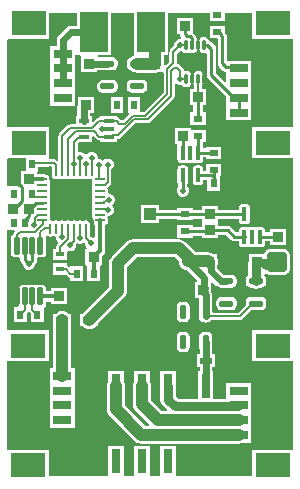
<source format=gtl>
G04*
G04 #@! TF.GenerationSoftware,Altium Limited,Altium Designer,21.8.1 (53)*
G04*
G04 Layer_Physical_Order=1*
G04 Layer_Color=255*
%FSLAX25Y25*%
%MOIN*%
G70*
G04*
G04 #@! TF.SameCoordinates,3953C7C4-12BB-4AEB-9917-3EAA161B92D5*
G04*
G04*
G04 #@! TF.FilePolarity,Positive*
G04*
G01*
G75*
%ADD12C,0.01000*%
%ADD15C,0.00500*%
%ADD17R,0.03937X0.02165*%
G04:AMPARAMS|DCode=18|XSize=47.64mil|YSize=23.23mil|CornerRadius=5.81mil|HoleSize=0mil|Usage=FLASHONLY|Rotation=270.000|XOffset=0mil|YOffset=0mil|HoleType=Round|Shape=RoundedRectangle|*
%AMROUNDEDRECTD18*
21,1,0.04764,0.01161,0,0,270.0*
21,1,0.03602,0.02323,0,0,270.0*
1,1,0.01161,-0.00581,-0.01801*
1,1,0.01161,-0.00581,0.01801*
1,1,0.01161,0.00581,0.01801*
1,1,0.01161,0.00581,-0.01801*
%
%ADD18ROUNDEDRECTD18*%
%ADD19R,0.03150X0.08465*%
%ADD20R,0.03347X0.03347*%
G04:AMPARAMS|DCode=21|XSize=33.86mil|YSize=9.84mil|CornerRadius=2.66mil|HoleSize=0mil|Usage=FLASHONLY|Rotation=270.000|XOffset=0mil|YOffset=0mil|HoleType=Round|Shape=RoundedRectangle|*
%AMROUNDEDRECTD21*
21,1,0.03386,0.00453,0,0,270.0*
21,1,0.02854,0.00984,0,0,270.0*
1,1,0.00532,-0.00226,-0.01427*
1,1,0.00532,-0.00226,0.01427*
1,1,0.00532,0.00226,0.01427*
1,1,0.00532,0.00226,-0.01427*
%
%ADD21ROUNDEDRECTD21*%
G04:AMPARAMS|DCode=22|XSize=33.86mil|YSize=9.84mil|CornerRadius=2.66mil|HoleSize=0mil|Usage=FLASHONLY|Rotation=180.000|XOffset=0mil|YOffset=0mil|HoleType=Round|Shape=RoundedRectangle|*
%AMROUNDEDRECTD22*
21,1,0.03386,0.00453,0,0,180.0*
21,1,0.02854,0.00984,0,0,180.0*
1,1,0.00532,-0.01427,0.00226*
1,1,0.00532,0.01427,0.00226*
1,1,0.00532,0.01427,-0.00226*
1,1,0.00532,-0.01427,-0.00226*
%
%ADD22ROUNDEDRECTD22*%
%ADD23R,0.03347X0.03347*%
G04:AMPARAMS|DCode=24|XSize=46.85mil|YSize=15.75mil|CornerRadius=1.97mil|HoleSize=0mil|Usage=FLASHONLY|Rotation=90.000|XOffset=0mil|YOffset=0mil|HoleType=Round|Shape=RoundedRectangle|*
%AMROUNDEDRECTD24*
21,1,0.04685,0.01181,0,0,90.0*
21,1,0.04291,0.01575,0,0,90.0*
1,1,0.00394,0.00591,0.02146*
1,1,0.00394,0.00591,-0.02146*
1,1,0.00394,-0.00591,-0.02146*
1,1,0.00394,-0.00591,0.02146*
%
%ADD24ROUNDEDRECTD24*%
G04:AMPARAMS|DCode=25|XSize=47.64mil|YSize=23.23mil|CornerRadius=5.81mil|HoleSize=0mil|Usage=FLASHONLY|Rotation=0.000|XOffset=0mil|YOffset=0mil|HoleType=Round|Shape=RoundedRectangle|*
%AMROUNDEDRECTD25*
21,1,0.04764,0.01161,0,0,0.0*
21,1,0.03602,0.02323,0,0,0.0*
1,1,0.01161,0.01801,-0.00581*
1,1,0.01161,-0.01801,-0.00581*
1,1,0.01161,-0.01801,0.00581*
1,1,0.01161,0.01801,0.00581*
%
%ADD25ROUNDEDRECTD25*%
%ADD26R,0.03150X0.02165*%
%ADD27R,0.02165X0.03150*%
%ADD28R,0.09331X0.13268*%
G04:AMPARAMS|DCode=29|XSize=57.87mil|YSize=18.9mil|CornerRadius=2.36mil|HoleSize=0mil|Usage=FLASHONLY|Rotation=270.000|XOffset=0mil|YOffset=0mil|HoleType=Round|Shape=RoundedRectangle|*
%AMROUNDEDRECTD29*
21,1,0.05787,0.01417,0,0,270.0*
21,1,0.05315,0.01890,0,0,270.0*
1,1,0.00472,-0.00709,-0.02657*
1,1,0.00472,-0.00709,0.02657*
1,1,0.00472,0.00709,0.02657*
1,1,0.00472,0.00709,-0.02657*
%
%ADD29ROUNDEDRECTD29*%
%ADD30R,0.06299X0.03150*%
%ADD31R,0.11811X0.08268*%
G04:AMPARAMS|DCode=32|XSize=33.07mil|YSize=10.63mil|CornerRadius=2.66mil|HoleSize=0mil|Usage=FLASHONLY|Rotation=270.000|XOffset=0mil|YOffset=0mil|HoleType=Round|Shape=RoundedRectangle|*
%AMROUNDEDRECTD32*
21,1,0.03307,0.00532,0,0,270.0*
21,1,0.02776,0.01063,0,0,270.0*
1,1,0.00532,-0.00266,-0.01388*
1,1,0.00532,-0.00266,0.01388*
1,1,0.00532,0.00266,0.01388*
1,1,0.00532,0.00266,-0.01388*
%
%ADD32ROUNDEDRECTD32*%
%ADD33R,0.03347X0.01378*%
%ADD34C,0.03937*%
%ADD35R,0.02402X0.02520*%
%ADD36R,0.02800X0.01750*%
%ADD60R,0.13780X0.13780*%
%ADD61R,0.05610X0.06398*%
%ADD62C,0.03937*%
%ADD63C,0.02189*%
%ADD64C,0.03000*%
%ADD65C,0.02000*%
%ADD66C,0.01402*%
%ADD67C,0.15748*%
%ADD68C,0.04134*%
%ADD69R,0.04134X0.04134*%
%ADD70C,0.02000*%
G36*
X83213Y147189D02*
X96896D01*
X96896Y117693D01*
X83213D01*
Y107425D01*
X96896D01*
Y50055D01*
X83213D01*
Y39787D01*
X96896D01*
X96896Y10291D01*
X83213D01*
Y1529D01*
X57653D01*
Y11630D01*
X52504D01*
Y1529D01*
X48992D01*
Y11630D01*
X43843D01*
Y1529D01*
X40331D01*
Y11630D01*
X35181D01*
Y1529D01*
X15331D01*
Y10291D01*
X1529D01*
Y39787D01*
X15331D01*
Y50055D01*
X1529D01*
Y83397D01*
X3972D01*
X4164Y82934D01*
X3941Y82712D01*
X3665Y82299D01*
X3619Y82068D01*
X3243Y81817D01*
X2969Y81408D01*
X2873Y80925D01*
Y78740D01*
X2843Y78666D01*
Y77870D01*
X2873Y77795D01*
Y75610D01*
X2969Y75128D01*
X3243Y74719D01*
X3652Y74446D01*
X4134Y74350D01*
X5551D01*
X5872Y74086D01*
Y73405D01*
X5989Y72820D01*
X6320Y72324D01*
X6681Y71963D01*
Y71728D01*
X6986Y70993D01*
X7548Y70430D01*
X8283Y70126D01*
X9079D01*
X9814Y70430D01*
X10377Y70993D01*
X10681Y71728D01*
Y71963D01*
X11042Y72324D01*
X11374Y72820D01*
X11490Y73405D01*
Y74086D01*
X11811Y74350D01*
X13228D01*
X13711Y74446D01*
X14120Y74719D01*
X14393Y75128D01*
X14489Y75610D01*
Y77795D01*
X14520Y77870D01*
Y78666D01*
X14489Y78740D01*
Y80925D01*
X14415Y81296D01*
X14488Y81362D01*
X14842Y81566D01*
X15185Y81337D01*
X15679Y81239D01*
X16132D01*
X16626Y81337D01*
X16890Y81514D01*
X17154Y81337D01*
X17648Y81239D01*
X17842D01*
Y80586D01*
X18147Y79851D01*
X18710Y79289D01*
X18728Y79197D01*
X18272Y78741D01*
X17996Y78328D01*
X17899Y77840D01*
Y77267D01*
X16707D01*
Y73517D01*
X21507D01*
Y76047D01*
X21922Y76324D01*
X21964Y76307D01*
X22760D01*
X23495Y76612D01*
X24058Y77174D01*
X24362Y77909D01*
Y78577D01*
X24641Y78856D01*
X24777Y79059D01*
X25390Y78805D01*
X26185D01*
X26920Y79110D01*
X27153Y79342D01*
X27567Y79049D01*
Y78618D01*
X27871Y77883D01*
X28211Y77543D01*
X28004Y77043D01*
X27642D01*
Y71697D01*
X27865D01*
X28272Y71472D01*
Y66323D01*
X32437D01*
Y71472D01*
X32844Y71697D01*
X32988D01*
Y74591D01*
X33608Y75211D01*
X33984Y75773D01*
X34116Y76437D01*
Y85198D01*
X34303Y85235D01*
X34722Y85515D01*
X35001Y85933D01*
X35100Y86427D01*
Y86880D01*
X35001Y87374D01*
X34871Y87568D01*
X35105Y88006D01*
X35555D01*
X36290Y88310D01*
X36853Y88873D01*
X37157Y89608D01*
Y90404D01*
X36853Y91139D01*
X36663Y91329D01*
X36518Y91810D01*
X36677Y91969D01*
X37081Y92373D01*
X37386Y93108D01*
Y93904D01*
X37081Y94639D01*
X36518Y95201D01*
X35783Y95506D01*
X35419D01*
X35345Y95553D01*
X35047Y96006D01*
X35100Y96270D01*
Y96723D01*
X35001Y97216D01*
X34835Y97466D01*
X34980Y97563D01*
X35901Y98484D01*
X36178Y98898D01*
X36274Y99385D01*
Y103722D01*
X36696Y104143D01*
X37000Y104878D01*
Y105673D01*
X36696Y106409D01*
X36133Y106971D01*
X35398Y107276D01*
X34602D01*
X33867Y106971D01*
X33484Y106588D01*
X33180Y106892D01*
X32445Y107197D01*
X31685D01*
Y107957D01*
X31381Y108692D01*
X30818Y109255D01*
X30083Y109559D01*
X29287D01*
X28552Y109255D01*
X27990Y108692D01*
X27966Y108636D01*
X27466D01*
X27444Y108692D01*
X26881Y109255D01*
X26146Y109559D01*
X25350D01*
X25054Y109757D01*
Y112346D01*
X25586Y112878D01*
X29721D01*
Y114591D01*
X30220Y114798D01*
X31323Y113696D01*
X31737Y113419D01*
X32224Y113322D01*
X32642D01*
Y112878D01*
X37988D01*
Y113697D01*
X38315D01*
X38802Y113794D01*
X39216Y114070D01*
X44265Y119119D01*
X48386D01*
X48874Y119216D01*
X49287Y119492D01*
X56964Y127170D01*
X57240Y127583D01*
X57337Y128071D01*
Y132225D01*
X57837Y132432D01*
X58098Y132172D01*
X58833Y131867D01*
X59629D01*
X59794Y131936D01*
X60041Y131567D01*
X60460Y131287D01*
X60953Y131189D01*
X61485D01*
X61979Y131287D01*
X62397Y131567D01*
X62677Y131985D01*
X62775Y132479D01*
Y135255D01*
X62677Y135749D01*
X62397Y136167D01*
X61979Y136447D01*
X61485Y136545D01*
X60953D01*
X60849Y136525D01*
X60433Y136802D01*
X60408Y136926D01*
X60132Y137340D01*
X59030Y138442D01*
X58616Y138718D01*
X58570Y138728D01*
X58125Y139055D01*
Y142258D01*
X59033Y143166D01*
X59629D01*
X59794Y143235D01*
X60041Y142866D01*
X60460Y142586D01*
X60953Y142488D01*
X61485D01*
X61979Y142586D01*
X62203Y142736D01*
X62428Y142586D01*
X62922Y142488D01*
X63453D01*
X63947Y142586D01*
X64366Y142866D01*
X64646Y143285D01*
X64744Y143779D01*
Y146554D01*
X64685Y146848D01*
Y147316D01*
X64569Y147902D01*
X64237Y148398D01*
X63433Y149202D01*
X63323Y149276D01*
Y154169D01*
X57976D01*
Y148823D01*
X59120D01*
Y148799D01*
X59237Y148214D01*
X59568Y147718D01*
X59620Y147666D01*
X59412Y147166D01*
X58833D01*
X58098Y146862D01*
X57535Y146299D01*
X57231Y145564D01*
Y144969D01*
X55949Y143687D01*
X55673Y143273D01*
X55576Y142786D01*
Y139583D01*
X54392Y138399D01*
X53918Y138633D01*
X53961Y138956D01*
Y141776D01*
X55016D01*
Y155951D01*
X69052D01*
Y153018D01*
X74201D01*
Y155951D01*
X83213D01*
Y147189D01*
D02*
G37*
G36*
X43685Y141776D02*
X43321Y141448D01*
X42759Y141018D01*
X42437Y140954D01*
X41914Y140604D01*
X41564Y140081D01*
X41442Y139464D01*
Y138303D01*
X41564Y137686D01*
X41914Y137163D01*
X42437Y136814D01*
X42759Y136750D01*
X43357Y136291D01*
X44080Y135992D01*
X44855Y135890D01*
X50894D01*
X51669Y135992D01*
X52373Y136283D01*
X53640D01*
X53686Y135802D01*
Y129347D01*
X47008Y122668D01*
X45886D01*
Y127718D01*
X41721D01*
Y122569D01*
X41988D01*
X42195Y122069D01*
X40349Y120222D01*
X39455D01*
X39060Y120616D01*
X38647Y120893D01*
X38159Y120990D01*
X37988D01*
Y121374D01*
X32642D01*
Y120990D01*
X32195D01*
X31708Y120893D01*
X31294Y120616D01*
X30182Y119504D01*
X29721Y119696D01*
Y121374D01*
X29183D01*
Y122531D01*
X30360D01*
Y127878D01*
X25014D01*
Y125076D01*
X24912Y124565D01*
Y121374D01*
X24374D01*
Y118727D01*
X22531D01*
X22043Y118630D01*
X21630Y118353D01*
X18941Y115665D01*
X18665Y115252D01*
X18568Y114764D01*
Y106758D01*
X18106Y106567D01*
X17939Y106734D01*
X17526Y107010D01*
X17038Y107107D01*
X15975D01*
X15606Y107425D01*
Y117693D01*
X1795D01*
X1529Y118083D01*
Y146799D01*
X1795Y147189D01*
X15606D01*
Y155951D01*
X24748D01*
Y151545D01*
X22795D01*
X21978Y151382D01*
X21285Y150919D01*
X18608Y148242D01*
X18145Y147549D01*
X17983Y146732D01*
Y144858D01*
X15969D01*
Y139709D01*
Y134787D01*
Y129866D01*
Y124945D01*
X24268D01*
Y129866D01*
Y134787D01*
Y139709D01*
Y141728D01*
X24748Y141776D01*
Y141776D01*
X25746D01*
X26155Y141557D01*
X26155Y141276D01*
Y138511D01*
X26114Y138305D01*
X26155Y138099D01*
Y136211D01*
X28043D01*
X28250Y136170D01*
X28456Y136211D01*
X31502D01*
Y136748D01*
X32886D01*
X33171Y136691D01*
X36774D01*
X37391Y136814D01*
X37913Y137163D01*
X38263Y137686D01*
X38385Y138303D01*
Y139464D01*
X38263Y140081D01*
X37913Y140604D01*
X37391Y140954D01*
X36774Y141076D01*
X33171D01*
X32886Y141019D01*
X31855D01*
X31751Y141123D01*
X31835Y141735D01*
X31911Y141776D01*
X36079D01*
Y155951D01*
X43685D01*
Y141776D01*
D02*
G37*
G36*
X7647Y103172D02*
X6134D01*
Y98480D01*
X6040Y98019D01*
X5811Y98019D01*
X2029D01*
X1875Y98019D01*
X1529Y98376D01*
Y107035D01*
X1795Y107425D01*
X7647D01*
Y103172D01*
D02*
G37*
G36*
X16357Y104557D02*
Y101703D01*
X16455Y101209D01*
X16735Y100790D01*
X17154Y100511D01*
X17648Y100412D01*
X18100D01*
X18594Y100511D01*
X18858Y100687D01*
X19122Y100511D01*
X19616Y100412D01*
X20069D01*
X20563Y100511D01*
X20827Y100687D01*
X21091Y100511D01*
X21585Y100412D01*
X22037D01*
X22531Y100511D01*
X22795Y100687D01*
X23059Y100511D01*
X23553Y100412D01*
X24006D01*
X24500Y100511D01*
X24764Y100687D01*
X25028Y100511D01*
X25522Y100412D01*
X25974D01*
X26468Y100511D01*
X26732Y100687D01*
X26996Y100511D01*
X27490Y100412D01*
X27943D01*
X28437Y100511D01*
X28701Y100687D01*
X28965Y100511D01*
X29459Y100412D01*
X29664D01*
Y100207D01*
X29762Y99713D01*
X29939Y99449D01*
X29762Y99185D01*
X29664Y98691D01*
Y98238D01*
X29762Y97744D01*
X29939Y97480D01*
X29762Y97216D01*
X29664Y96723D01*
Y96270D01*
X29762Y95776D01*
X29939Y95512D01*
X29762Y95248D01*
X29664Y94754D01*
Y94301D01*
X29762Y93807D01*
X29939Y93543D01*
X29762Y93279D01*
X29664Y92785D01*
Y92333D01*
X29762Y91839D01*
X29939Y91575D01*
X29762Y91311D01*
X29664Y90817D01*
Y90364D01*
X29762Y89870D01*
X29939Y89606D01*
X29762Y89342D01*
X29664Y88848D01*
Y88396D01*
X29762Y87902D01*
X29939Y87638D01*
X29762Y87374D01*
X29664Y86880D01*
Y86427D01*
X29762Y85933D01*
X30042Y85515D01*
X30461Y85235D01*
X30648Y85198D01*
Y81183D01*
X30232Y80905D01*
X29965Y81016D01*
X29291D01*
X28991Y81315D01*
Y81820D01*
X29135Y82036D01*
X29233Y82529D01*
Y85384D01*
X29135Y85878D01*
X28855Y86296D01*
X28437Y86576D01*
X27943Y86674D01*
X27490D01*
X26996Y86576D01*
X26732Y86400D01*
X26468Y86576D01*
X25974Y86674D01*
X25522D01*
X25028Y86576D01*
X24764Y86400D01*
X24500Y86576D01*
X24006Y86674D01*
X23553D01*
X23059Y86576D01*
X22795Y86400D01*
X22531Y86576D01*
X22037Y86674D01*
X21585D01*
X21091Y86576D01*
X20827Y86400D01*
X20563Y86576D01*
X20069Y86674D01*
X19616D01*
X19122Y86576D01*
X18858Y86400D01*
X18594Y86576D01*
X18100Y86674D01*
X17648D01*
X17154Y86576D01*
X16890Y86400D01*
X16626Y86576D01*
X16132Y86674D01*
X15926D01*
Y86880D01*
X15828Y87374D01*
X15652Y87638D01*
X15828Y87902D01*
X15926Y88396D01*
Y88848D01*
X15828Y89342D01*
X15652Y89606D01*
X15828Y89870D01*
X15926Y90364D01*
Y90817D01*
X15828Y91311D01*
X15652Y91575D01*
X15828Y91839D01*
X15926Y92333D01*
Y92785D01*
X15828Y93279D01*
X15652Y93543D01*
X15828Y93807D01*
X15926Y94301D01*
Y94754D01*
X15828Y95248D01*
X15652Y95512D01*
X15828Y95776D01*
X15926Y96270D01*
Y96723D01*
X15828Y97216D01*
X15652Y97480D01*
X15828Y97744D01*
X15926Y98238D01*
Y98691D01*
X15828Y99185D01*
X15652Y99449D01*
X15828Y99713D01*
X15926Y100207D01*
Y100660D01*
X15828Y101153D01*
X15548Y101572D01*
X15130Y101852D01*
X14636Y101950D01*
X14334D01*
X14207Y102035D01*
X13543Y102167D01*
X11480D01*
Y102833D01*
X11812D01*
Y104558D01*
X16356D01*
X16357Y104557D01*
D02*
G37*
%LPC*%
G36*
X74201Y151475D02*
X69052D01*
Y147309D01*
X71571D01*
X71620Y147236D01*
X71738Y147117D01*
Y139016D01*
X71855Y138431D01*
X72186Y137934D01*
X73555Y136565D01*
X74052Y136233D01*
X74551Y136134D01*
Y132911D01*
X74089Y132719D01*
X71096Y135712D01*
Y143901D01*
X70980Y144487D01*
X70648Y144983D01*
X69383Y146248D01*
X68887Y146579D01*
X68667Y146623D01*
X68583Y147048D01*
X68303Y147467D01*
X67884Y147746D01*
X67390Y147845D01*
X66859D01*
X66365Y147746D01*
X65946Y147467D01*
X65667Y147048D01*
X65568Y146554D01*
Y143779D01*
X65667Y143285D01*
X65946Y142866D01*
X66365Y142586D01*
X66859Y142488D01*
X67390D01*
X67537Y142517D01*
X68037Y142133D01*
Y135079D01*
X68154Y134494D01*
X68485Y133997D01*
X74551Y127932D01*
Y124945D01*
Y120024D01*
X82850D01*
Y124945D01*
Y129866D01*
Y134787D01*
Y139937D01*
X74797D01*
Y147751D01*
X74681Y148336D01*
X74349Y148832D01*
X74201Y148980D01*
Y151475D01*
D02*
G37*
G36*
X65422Y136545D02*
X64890D01*
X64397Y136447D01*
X63978Y136167D01*
X63698Y135749D01*
X63600Y135255D01*
Y132479D01*
X63698Y131985D01*
X63882Y131711D01*
Y130344D01*
X62483D01*
Y124997D01*
X63627D01*
Y122674D01*
X62581D01*
Y118508D01*
X67731D01*
Y122674D01*
X66685D01*
Y124997D01*
X67829D01*
Y130344D01*
X66431D01*
Y131711D01*
X66614Y131985D01*
X66712Y132479D01*
Y135255D01*
X66614Y135749D01*
X66334Y136167D01*
X65916Y136447D01*
X65422Y136545D01*
D02*
G37*
G36*
X62711Y117556D02*
X57365D01*
Y112209D01*
X57964D01*
X58075Y112095D01*
X58294Y111709D01*
X58227Y111375D01*
Y107083D01*
X58320Y106616D01*
X58584Y106221D01*
X58980Y105956D01*
X59447Y105863D01*
X60628D01*
X61095Y105956D01*
X61317Y106104D01*
X61540Y105956D01*
X62006Y105863D01*
X63188D01*
X63655Y105956D01*
X63877Y106104D01*
X64099Y105956D01*
X64565Y105863D01*
X65747D01*
X66214Y105956D01*
X66610Y106221D01*
X66874Y106616D01*
X66967Y107083D01*
Y107678D01*
X67741D01*
Y107125D01*
X72890D01*
Y111291D01*
X67741D01*
Y110737D01*
X66967D01*
Y111375D01*
X66874Y111842D01*
X66685Y112124D01*
Y112800D01*
X67731D01*
Y116965D01*
X62711D01*
Y117556D01*
D02*
G37*
G36*
X72890Y105582D02*
X67741D01*
Y103200D01*
X66967D01*
Y103816D01*
X66874Y104283D01*
X66610Y104679D01*
X66214Y104943D01*
X65747Y105036D01*
X64565D01*
X64099Y104943D01*
X63703Y104679D01*
X63438Y104283D01*
X63345Y103816D01*
Y99524D01*
X63438Y99057D01*
X63703Y98662D01*
X64099Y98397D01*
X64565Y98304D01*
X65747D01*
X66214Y98397D01*
X66610Y98662D01*
X66874Y99057D01*
X66967Y99524D01*
Y100141D01*
X68287D01*
Y96517D01*
X72452D01*
Y101417D01*
X72890D01*
Y105582D01*
D02*
G37*
G36*
X60628Y105036D02*
X59447D01*
X58980Y104943D01*
X58584Y104679D01*
X58320Y104283D01*
X58227Y103816D01*
Y99524D01*
X58320Y99057D01*
X58509Y98775D01*
Y97915D01*
X58342Y97749D01*
X58038Y97013D01*
Y96218D01*
X58342Y95483D01*
X58905Y94920D01*
X59640Y94616D01*
X60436D01*
X61171Y94920D01*
X61734Y95483D01*
X62038Y96218D01*
Y97013D01*
X61734Y97749D01*
X61567Y97915D01*
Y98775D01*
X61756Y99057D01*
X61849Y99524D01*
Y103816D01*
X61756Y104283D01*
X61491Y104679D01*
X61095Y104943D01*
X60628Y105036D01*
D02*
G37*
G36*
X81221Y92106D02*
X80039D01*
X79572Y92013D01*
X79176Y91749D01*
X78912Y91353D01*
X78819Y90886D01*
Y90270D01*
X71689D01*
Y91413D01*
X66343D01*
Y90270D01*
X63402D01*
Y90823D01*
X58252D01*
Y90270D01*
X52280D01*
Y91807D01*
X46146D01*
Y85673D01*
X52280D01*
Y87211D01*
X58252D01*
Y86658D01*
X63402D01*
Y87211D01*
X66343D01*
Y84561D01*
X63402D01*
Y85114D01*
X58252D01*
Y80949D01*
X63402D01*
Y81502D01*
X66343D01*
Y80752D01*
X71689D01*
Y81896D01*
X74406D01*
X76202Y80100D01*
X76698Y79768D01*
X77284Y79652D01*
X78819D01*
Y79035D01*
X78912Y78568D01*
X79176Y78173D01*
X79572Y77908D01*
X80039Y77815D01*
X81221D01*
X81687Y77908D01*
X81910Y78056D01*
X82131Y77908D01*
X82598Y77815D01*
X83780D01*
X84246Y77908D01*
X84469Y78056D01*
X84690Y77908D01*
X85158Y77815D01*
X86339D01*
X86806Y77908D01*
X87201Y78173D01*
X87466Y78568D01*
X87559Y79035D01*
Y79652D01*
X89094D01*
Y78508D01*
X94441D01*
Y83854D01*
X89094D01*
Y82710D01*
X87559D01*
Y83327D01*
X87466Y83794D01*
X87201Y84190D01*
X86806Y84454D01*
X86339Y84547D01*
X85158D01*
X84690Y84454D01*
X84469Y84306D01*
X84246Y84454D01*
X83780Y84547D01*
X82598D01*
X82131Y84454D01*
X81910Y84306D01*
X81687Y84454D01*
X81221Y84547D01*
X80039D01*
X79572Y84454D01*
X79176Y84190D01*
X78912Y83794D01*
X78819Y83327D01*
Y82710D01*
X77917D01*
X76121Y84507D01*
X75625Y84838D01*
X75039Y84955D01*
X71689D01*
Y87211D01*
X78819D01*
Y86594D01*
X78912Y86128D01*
X79176Y85732D01*
X79572Y85467D01*
X80039Y85374D01*
X81221D01*
X81687Y85467D01*
X82083Y85732D01*
X82348Y86128D01*
X82441Y86594D01*
Y90886D01*
X82348Y91353D01*
X82083Y91749D01*
X81687Y92013D01*
X81221Y92106D01*
D02*
G37*
G36*
X93651Y77144D02*
X89197D01*
X89000Y77105D01*
X88799D01*
X88614Y77028D01*
X88417Y76989D01*
X88250Y76877D01*
X88064Y76801D01*
X87922Y76659D01*
X87755Y76547D01*
X87644Y76380D01*
X87502Y76238D01*
X87425Y76052D01*
X87313Y75885D01*
X87274Y75688D01*
X87197Y75503D01*
Y75490D01*
X82070D01*
Y73186D01*
X81947Y72570D01*
Y68381D01*
X81555Y68119D01*
X81206Y67596D01*
X81083Y66979D01*
Y65818D01*
X81206Y65201D01*
X81555Y64678D01*
X82078Y64329D01*
X82695Y64206D01*
X83277D01*
X83521Y64043D01*
X84496Y63850D01*
X85471Y64043D01*
X85715Y64206D01*
X86297D01*
X86914Y64329D01*
X87437Y64678D01*
X87786Y65201D01*
X87909Y65818D01*
Y66979D01*
X87786Y67596D01*
X87437Y68119D01*
X87306Y68206D01*
X87289Y68635D01*
X87707Y68988D01*
X87887Y68952D01*
X87935Y68961D01*
X88064Y68832D01*
X88250Y68755D01*
X88417Y68644D01*
X88614Y68604D01*
X88799Y68528D01*
X89000D01*
X89197Y68489D01*
X93651D01*
X93848Y68528D01*
X94049D01*
X94235Y68604D01*
X94432Y68644D01*
X94599Y68755D01*
X94784Y68832D01*
X94926Y68974D01*
X95093Y69086D01*
X95205Y69253D01*
X95347Y69395D01*
X95424Y69580D01*
X95535Y69747D01*
X95574Y69944D01*
X95651Y70130D01*
Y70331D01*
X95690Y70528D01*
Y75105D01*
X95651Y75302D01*
Y75503D01*
X95574Y75688D01*
X95535Y75885D01*
X95424Y76052D01*
X95347Y76238D01*
X95205Y76380D01*
X95093Y76547D01*
X94926Y76659D01*
X94784Y76801D01*
X94599Y76877D01*
X94432Y76989D01*
X94235Y77028D01*
X94049Y77105D01*
X93848D01*
X93651Y77144D01*
D02*
G37*
G36*
X21507Y72317D02*
X16707D01*
Y68567D01*
X21088D01*
X21658Y67996D01*
X22071Y67720D01*
X22559Y67623D01*
X22563D01*
Y66323D01*
X26728D01*
Y71472D01*
X22563D01*
Y71349D01*
X22101Y71158D01*
X21916Y71343D01*
X21507Y71617D01*
Y72317D01*
D02*
G37*
G36*
X13228Y65257D02*
X11811D01*
X11329Y65161D01*
X11240Y65101D01*
X11152Y65161D01*
X10669Y65257D01*
X9252D01*
X8770Y65161D01*
X8681Y65101D01*
X8593Y65161D01*
X8110Y65257D01*
X6693D01*
X6211Y65161D01*
X5802Y64887D01*
X5528Y64478D01*
X5432Y63996D01*
Y58681D01*
X5499Y58348D01*
X5207Y57848D01*
X3836D01*
Y52699D01*
X8002D01*
Y55554D01*
X8303Y55855D01*
X8442Y56063D01*
X9009Y56102D01*
X9021Y56098D01*
X9059Y56039D01*
X9545Y55554D01*
Y52699D01*
X13710D01*
Y57516D01*
X13711Y57517D01*
X14120Y57790D01*
X14393Y58199D01*
X14489Y58681D01*
Y59605D01*
X16008D01*
Y58665D01*
X21354D01*
Y64012D01*
X16008D01*
Y63073D01*
X14489D01*
Y63996D01*
X14393Y64478D01*
X14120Y64887D01*
X13711Y65161D01*
X13228Y65257D01*
D02*
G37*
G36*
X58819Y80356D02*
X43425D01*
X42650Y80254D01*
X42227Y80079D01*
X41928Y79955D01*
X41308Y79479D01*
X36387Y74558D01*
X35911Y73938D01*
X35612Y73216D01*
X35510Y72441D01*
Y64350D01*
X26781Y55621D01*
X26754Y55587D01*
X25929D01*
Y53699D01*
X25903Y53504D01*
X25929Y53309D01*
Y51421D01*
X26754D01*
X26781Y51387D01*
X27401Y50911D01*
X28123Y50612D01*
X28898Y50510D01*
X29673Y50612D01*
X30395Y50911D01*
X31015Y51387D01*
X31049Y51421D01*
X31866D01*
Y52238D01*
X40621Y60993D01*
X41097Y61613D01*
X41396Y62335D01*
X41498Y63110D01*
Y71201D01*
X44665Y74368D01*
X57579D01*
X58694Y73253D01*
X58659Y72992D01*
X58761Y72217D01*
X59061Y71495D01*
X59536Y70875D01*
X60157Y70399D01*
X60879Y70100D01*
X61624Y70002D01*
X64909Y66716D01*
X64830Y66216D01*
X64138D01*
Y60870D01*
X65620D01*
Y58442D01*
X65505Y57865D01*
Y54262D01*
X65628Y53645D01*
X65978Y53123D01*
X66500Y52773D01*
X67117Y52650D01*
X67347D01*
X67756Y52569D01*
X68164Y52650D01*
X68278D01*
X68895Y52773D01*
X69418Y53123D01*
X69584Y53371D01*
X79003D01*
X79491Y53468D01*
X79904Y53745D01*
X82886Y56726D01*
X86297D01*
X86914Y56848D01*
X87437Y57198D01*
X87786Y57721D01*
X87909Y58337D01*
Y59499D01*
X87786Y60116D01*
X87437Y60638D01*
X86914Y60988D01*
X86297Y61111D01*
X82695D01*
X82078Y60988D01*
X81555Y60638D01*
X81206Y60116D01*
X81083Y59499D01*
Y58528D01*
X78475Y55920D01*
X70379D01*
X69891Y56005D01*
Y61682D01*
X69729Y62499D01*
X69525Y62804D01*
Y62965D01*
X69484Y63171D01*
Y63916D01*
X69525Y64122D01*
X69484Y64328D01*
Y66040D01*
X69962Y66270D01*
X71276Y64955D01*
X71659Y64700D01*
X71673Y64678D01*
X72196Y64329D01*
X72813Y64206D01*
X76415D01*
X77032Y64329D01*
X77555Y64678D01*
X77904Y65201D01*
X78027Y65818D01*
Y66979D01*
X77904Y67596D01*
X77555Y68119D01*
X77032Y68468D01*
X76415Y68591D01*
X74598D01*
X74547Y68601D01*
X73671D01*
X71474Y70798D01*
Y71618D01*
X71652Y72048D01*
X71754Y72822D01*
X71652Y73597D01*
X71433Y74126D01*
Y75496D01*
X70203D01*
X70087Y75585D01*
X69365Y75884D01*
X68590Y75986D01*
X64429D01*
X60936Y79479D01*
X60316Y79955D01*
X59594Y80254D01*
X58819Y80356D01*
D02*
G37*
G36*
X76415Y61111D02*
X72813D01*
X72196Y60988D01*
X71673Y60638D01*
X71324Y60116D01*
X71201Y59499D01*
Y58337D01*
X71324Y57721D01*
X71673Y57198D01*
X72196Y56848D01*
X72813Y56726D01*
X76415D01*
X77032Y56848D01*
X77555Y57198D01*
X77904Y57721D01*
X78027Y58337D01*
Y59499D01*
X77904Y60116D01*
X77555Y60638D01*
X77032Y60988D01*
X76415Y61111D01*
D02*
G37*
G36*
X60798Y59476D02*
X59637D01*
X59020Y59354D01*
X58497Y59004D01*
X58148Y58481D01*
X58025Y57865D01*
Y54262D01*
X58148Y53645D01*
X58497Y53123D01*
X59020Y52773D01*
X59637Y52650D01*
X60798D01*
X61415Y52773D01*
X61938Y53123D01*
X62287Y53645D01*
X62410Y54262D01*
Y57865D01*
X62287Y58481D01*
X61938Y59004D01*
X61415Y59354D01*
X60798Y59476D01*
D02*
G37*
G36*
Y49594D02*
X59637D01*
X59020Y49472D01*
X58497Y49122D01*
X58148Y48599D01*
X58025Y47983D01*
Y44380D01*
X58148Y43764D01*
X58497Y43241D01*
X59020Y42891D01*
X59637Y42769D01*
X60798D01*
X61415Y42891D01*
X61938Y43241D01*
X62287Y43764D01*
X62410Y44380D01*
Y47983D01*
X62287Y48599D01*
X61938Y49122D01*
X61415Y49472D01*
X60798Y49594D01*
D02*
G37*
G36*
X68278D02*
X67117D01*
X66500Y49472D01*
X65978Y49122D01*
X65628Y48599D01*
X65505Y47983D01*
Y44380D01*
X65628Y43764D01*
X65660Y43716D01*
Y42043D01*
X64827D01*
Y37878D01*
X65660D01*
Y36630D01*
X65102D01*
Y27239D01*
X58452D01*
X57702Y27989D01*
Y31323D01*
X57653Y31569D01*
Y36630D01*
X52504D01*
Y26165D01*
X52757D01*
X52799Y25958D01*
X53351Y25131D01*
X54908Y23574D01*
X54716Y23112D01*
X52973D01*
X49411Y26673D01*
Y31398D01*
X49309Y32173D01*
X49010Y32895D01*
X48992Y32918D01*
Y36630D01*
X43843D01*
Y32918D01*
X43824Y32895D01*
X43525Y32173D01*
X43423Y31398D01*
Y25433D01*
X43525Y24658D01*
X43824Y23936D01*
X44300Y23316D01*
X48963Y18653D01*
X48772Y18191D01*
X47539D01*
X40750Y24980D01*
Y31398D01*
X40648Y32173D01*
X40349Y32895D01*
X40331Y32918D01*
Y36630D01*
X35181D01*
Y32918D01*
X35163Y32895D01*
X34864Y32173D01*
X34762Y31398D01*
Y23740D01*
X34864Y22965D01*
X35163Y22243D01*
X35639Y21623D01*
X44182Y13080D01*
X44802Y12604D01*
X45524Y12305D01*
X46299Y12203D01*
X78701D01*
X79476Y12305D01*
X80198Y12604D01*
X80221Y12622D01*
X82850D01*
Y17543D01*
Y22465D01*
Y27386D01*
Y32535D01*
X74551D01*
Y27239D01*
X70252D01*
Y36630D01*
X69931D01*
Y37878D01*
X70764D01*
Y42043D01*
X69931D01*
Y44864D01*
X69900Y45017D01*
Y46084D01*
X69890Y46135D01*
Y47983D01*
X69767Y48599D01*
X69418Y49122D01*
X68895Y49472D01*
X68278Y49594D01*
D02*
G37*
G36*
X19842Y56498D02*
X19068Y56396D01*
X18346Y56097D01*
X17725Y55621D01*
X17699Y55587D01*
X16874D01*
Y53699D01*
X16848Y53504D01*
Y37457D01*
X15693D01*
Y32307D01*
Y27386D01*
Y22465D01*
Y17543D01*
X23992D01*
Y22465D01*
Y27386D01*
Y32307D01*
Y37457D01*
X22837D01*
Y53504D01*
X22811Y53699D01*
Y55587D01*
X21986D01*
X21960Y55621D01*
X21340Y56097D01*
X20617Y56396D01*
X19842Y56498D01*
D02*
G37*
G36*
X46656Y133596D02*
X43053D01*
X42437Y133473D01*
X41914Y133124D01*
X41564Y132601D01*
X41442Y131984D01*
Y130823D01*
X41564Y130206D01*
X41914Y129683D01*
X42437Y129334D01*
X43053Y129211D01*
X46656D01*
X47272Y129334D01*
X47795Y129683D01*
X48145Y130206D01*
X48267Y130823D01*
Y131984D01*
X48145Y132601D01*
X47795Y133124D01*
X47272Y133473D01*
X46656Y133596D01*
D02*
G37*
G36*
X36774D02*
X33171D01*
X32555Y133473D01*
X32032Y133124D01*
X31682Y132601D01*
X31560Y131984D01*
Y130823D01*
X31682Y130206D01*
X32032Y129683D01*
X32555Y129334D01*
X33171Y129211D01*
X36774D01*
X37391Y129334D01*
X37913Y129683D01*
X38263Y130206D01*
X38385Y130823D01*
Y131984D01*
X38263Y132601D01*
X37913Y133124D01*
X37391Y133473D01*
X36774Y133596D01*
D02*
G37*
G36*
X40177Y127718D02*
X36012D01*
Y122569D01*
X40177D01*
Y127718D01*
D02*
G37*
%LPD*%
D12*
X69567Y135079D02*
Y143901D01*
X68302Y145166D02*
X69567Y143901D01*
Y135079D02*
X77126Y127520D01*
X78417Y137646D02*
X78701Y137362D01*
X73268Y139016D02*
X74637Y137646D01*
X73268Y139016D02*
Y147751D01*
X74637Y137646D02*
X78417D01*
X72119Y149392D02*
X72701Y148809D01*
X71627Y149392D02*
X72119D01*
X72701Y148317D02*
Y148809D01*
Y148317D02*
X73268Y147751D01*
X60038Y96616D02*
Y101670D01*
X60827Y83031D02*
X69488D01*
X69882Y83425D02*
X75039D01*
X69488Y83031D02*
X69882Y83425D01*
X75039D02*
X77284Y81181D01*
X80630D01*
X70369Y101268D02*
Y103445D01*
X70316Y103499D02*
X70369Y103445D01*
X65156Y101670D02*
X69968D01*
X70369Y99092D02*
Y101268D01*
X69968Y101670D02*
X70369Y101268D01*
X65156Y109229D02*
X65177Y109208D01*
X70316D01*
X33036Y117161D02*
X35950D01*
X33031Y117165D02*
X33036Y117161D01*
X35950D02*
X35954Y117156D01*
X85748Y81181D02*
X91767D01*
X69016Y88740D02*
X80630D01*
X60827D02*
X69016D01*
X49213D02*
X60827D01*
X65156Y120591D02*
Y127671D01*
X60038Y109229D02*
Y114882D01*
X65156Y109229D02*
Y114882D01*
X15905Y100433D02*
X18347Y97992D01*
Y97874D02*
Y97992D01*
X15905Y100433D02*
Y103130D01*
X10465Y85250D02*
X10656Y85442D01*
X78701Y122598D02*
Y127520D01*
X65079Y140424D02*
Y143465D01*
X64172Y139517D02*
X65079Y140424D01*
X60650Y148799D02*
X61328Y148121D01*
X63156Y145198D02*
X63188Y145166D01*
X63156Y145198D02*
Y147316D01*
X62352Y148121D02*
X63156Y147316D01*
X61328Y148121D02*
X62352D01*
X60650Y148799D02*
Y151496D01*
X67125Y145166D02*
X68302D01*
X77126Y127520D02*
X78701D01*
X3492Y100499D02*
X4021Y101028D01*
Y105408D01*
X4661Y91543D02*
X4835D01*
X6540Y93248D01*
X3487Y90369D02*
X4661Y91543D01*
X6540Y93248D02*
Y97641D01*
X5661Y98519D02*
X6540Y97641D01*
X5472Y98519D02*
X5661D01*
X3492Y100499D02*
X5472Y98519D01*
X29685Y84291D02*
Y86890D01*
X28543Y88032D02*
X29685Y86890D01*
X8914Y90258D02*
X11214Y92559D01*
X7442Y86680D02*
X8143Y87381D01*
Y86357D02*
Y87381D01*
X8802Y88041D01*
X7442Y85656D02*
X8143Y86357D01*
X8802Y88041D02*
Y90369D01*
X7442Y85656D02*
Y86680D01*
X8681Y72126D02*
X9961Y73405D01*
X7402D02*
X8681Y72126D01*
X7402Y73405D02*
Y78268D01*
X63188Y133867D02*
Y138532D01*
X64172Y139123D02*
X66477Y136818D01*
X64172Y139123D02*
Y139517D01*
X67125Y133867D02*
Y136232D01*
X66539Y136818D02*
X67125Y136232D01*
X66477Y136818D02*
X66539D01*
X63188Y138532D02*
X64172Y139517D01*
X9961Y73405D02*
Y78268D01*
X29664Y84270D02*
X29685Y84291D01*
X11214Y92559D02*
X13543D01*
D15*
X67756Y55474D02*
Y56005D01*
Y55474D02*
X68584Y54646D01*
X79003D01*
X83276Y58918D01*
X67698Y56063D02*
X67756Y56005D01*
X83276Y58918D02*
X84496D01*
X56063Y128071D02*
Y136457D01*
X57147Y137541D02*
X58128D01*
X56063Y136457D02*
X57147Y137541D01*
X58128D02*
X59231Y136438D01*
Y133867D02*
Y136438D01*
X38159Y119715D02*
X38927Y118947D01*
X40876D02*
X43323Y121394D01*
X38927Y118947D02*
X40876D01*
X32195Y119715D02*
X38159D01*
X43323Y121394D02*
X47535D01*
X36329Y114971D02*
X38315D01*
X43737Y120394D02*
X48386D01*
X38315Y114971D02*
X43737Y120394D01*
X48386D02*
X56063Y128071D01*
X24365Y116452D02*
X30369D01*
X32224Y114597D01*
X22531Y117452D02*
X29932D01*
X32195Y119715D01*
X19842Y114764D02*
X22531Y117452D01*
X21811Y113898D02*
X24365Y116452D01*
X32224Y114597D02*
X35954D01*
X36329Y114971D01*
X65156Y127671D02*
Y133867D01*
X27716Y80787D02*
X29488Y79016D01*
X29567D01*
X27716Y103130D02*
Y105591D01*
Y102795D02*
Y103130D01*
X19173Y75459D02*
Y77840D01*
X21811Y80478D01*
X19842Y80984D02*
Y83957D01*
X21811Y80478D02*
Y84291D01*
X19842Y83957D02*
Y84291D01*
Y80984D02*
X19842Y80984D01*
X25768Y80825D02*
X25787Y80805D01*
X25768Y80825D02*
Y83937D01*
X25748Y83957D02*
X25768Y83937D01*
X22362Y78380D02*
X23740Y79758D01*
Y84252D01*
X22362Y78307D02*
Y78380D01*
X23740Y84252D02*
X23779Y84291D01*
X27716Y80787D02*
Y84291D01*
X34251Y93219D02*
X35099D01*
X35386Y93506D01*
X33591Y92559D02*
X34251Y93219D01*
X35000Y99385D02*
Y105276D01*
X32047Y98465D02*
X34079D01*
X35000Y99385D01*
X32047Y92559D02*
X33591D01*
X47535Y121394D02*
X54961Y128819D01*
Y137165D01*
X56850Y139055D01*
Y142786D02*
X59231Y145166D01*
X56850Y139055D02*
Y142786D01*
X10656Y85442D02*
Y87303D01*
X11885Y88532D01*
X34752Y90006D02*
X35157D01*
X34399Y90358D02*
X34752Y90006D01*
X32280Y90358D02*
X34399D01*
X19842Y102795D02*
Y114764D01*
X21811Y102795D02*
Y113898D01*
X25502Y114597D02*
X27687D01*
X23779Y112874D02*
X25502Y114597D01*
X23779Y105433D02*
Y112874D01*
X21015Y70442D02*
X22559Y68898D01*
X19107Y70442D02*
X21015D01*
X22559Y68898D02*
X24646D01*
X19107Y75392D02*
X19173Y75459D01*
X29685Y102795D02*
Y107559D01*
X5919Y55273D02*
X7402Y56756D01*
X9961Y56941D02*
X11628Y55273D01*
X32047Y100433D02*
Y105197D01*
X25748Y102795D02*
Y107559D01*
X23779Y102795D02*
Y105433D01*
X10154Y105833D02*
X17038D01*
X9730Y105408D02*
X10154Y105833D01*
X4843Y78268D02*
Y81811D01*
X5748Y82717D01*
X10827D01*
X12520Y78268D02*
Y82835D01*
X13976Y84291D01*
X15905D01*
X10827Y82717D02*
X13543Y85433D01*
Y86654D01*
X17038Y105833D02*
X17874Y104997D01*
X65156Y133867D02*
X65207Y133816D01*
X59231Y145166D02*
X61219D01*
X59231Y133867D02*
X61219D01*
X11885Y88532D02*
X13453D01*
X7402Y56756D02*
Y61339D01*
X9961Y56941D02*
Y61339D01*
X9666Y95360D02*
X10499Y94528D01*
X13543D01*
X9666Y95360D02*
Y95445D01*
X17874Y102795D02*
Y104997D01*
D17*
X19842Y53504D02*
D03*
X28898D02*
D03*
X58740Y39961D02*
D03*
X67795D02*
D03*
D18*
X67698Y56063D02*
D03*
X63958D02*
D03*
X60217D02*
D03*
Y46181D02*
D03*
X67698D02*
D03*
D19*
X67677Y31398D02*
D03*
X55079D02*
D03*
X46417D02*
D03*
X37756D02*
D03*
Y6398D02*
D03*
X46417D02*
D03*
X55079D02*
D03*
X67677D02*
D03*
D20*
X66811Y63543D02*
D03*
X61496D02*
D03*
X79428Y72816D02*
D03*
X84743D02*
D03*
X68759Y72822D02*
D03*
X74074D02*
D03*
X65156Y127671D02*
D03*
X59841D02*
D03*
X65965Y151496D02*
D03*
X60650D02*
D03*
X30315Y74370D02*
D03*
X25000D02*
D03*
X33002Y125205D02*
D03*
X27687D02*
D03*
X3492Y100499D02*
D03*
X8807D02*
D03*
X23996Y61339D02*
D03*
X18681D02*
D03*
X3487Y90369D02*
D03*
X8802D02*
D03*
D21*
X15905Y103130D02*
D03*
X17874D02*
D03*
X19842D02*
D03*
X21811D02*
D03*
X23779D02*
D03*
X25748D02*
D03*
X27716D02*
D03*
X29685D02*
D03*
Y83957D02*
D03*
X27716D02*
D03*
X25748D02*
D03*
X23779D02*
D03*
X21811D02*
D03*
X19842D02*
D03*
X17874D02*
D03*
X15905D02*
D03*
D22*
X32382Y100433D02*
D03*
Y98465D02*
D03*
Y96496D02*
D03*
Y94528D02*
D03*
Y92559D02*
D03*
Y90591D02*
D03*
Y88622D02*
D03*
Y86654D02*
D03*
X13209D02*
D03*
Y88622D02*
D03*
Y90591D02*
D03*
Y92559D02*
D03*
Y94528D02*
D03*
Y96496D02*
D03*
Y98465D02*
D03*
Y100433D02*
D03*
D23*
X91767Y86496D02*
D03*
Y81181D02*
D03*
X69016Y88740D02*
D03*
Y83425D02*
D03*
X60038Y114882D02*
D03*
Y120197D02*
D03*
X28828Y138884D02*
D03*
Y133569D02*
D03*
X50967Y133642D02*
D03*
Y138956D02*
D03*
D24*
X85748Y81181D02*
D03*
X83189D02*
D03*
X80630D02*
D03*
Y88740D02*
D03*
X83189D02*
D03*
X85748D02*
D03*
X60038Y101670D02*
D03*
X62597D02*
D03*
X65156D02*
D03*
X62597Y109229D02*
D03*
X60038D02*
D03*
X65156D02*
D03*
D25*
X84496Y66399D02*
D03*
Y58918D02*
D03*
X74614D02*
D03*
Y62658D02*
D03*
Y66399D02*
D03*
X44855Y138884D02*
D03*
Y131404D02*
D03*
X34973D02*
D03*
Y135144D02*
D03*
Y138884D02*
D03*
D26*
X60827Y83031D02*
D03*
Y88740D02*
D03*
X70316Y103499D02*
D03*
Y109208D02*
D03*
X65156Y114882D02*
D03*
Y120591D02*
D03*
X71627Y149392D02*
D03*
Y155101D02*
D03*
D27*
X70369Y99092D02*
D03*
X76078D02*
D03*
X5919Y55273D02*
D03*
X11628D02*
D03*
X43803Y125143D02*
D03*
X24646Y68898D02*
D03*
X30354D02*
D03*
X3957Y95445D02*
D03*
X9666D02*
D03*
X4021Y105408D02*
D03*
X9730D02*
D03*
X38094Y125143D02*
D03*
D28*
X49350Y149409D02*
D03*
X30413D02*
D03*
D29*
X12520Y78268D02*
D03*
X9961D02*
D03*
X7402D02*
D03*
X4843D02*
D03*
Y61339D02*
D03*
X7402D02*
D03*
X9961D02*
D03*
X12520D02*
D03*
D30*
X78701Y122598D02*
D03*
Y127520D02*
D03*
Y132441D02*
D03*
Y137362D02*
D03*
Y142283D02*
D03*
X20118Y142283D02*
D03*
Y137362D02*
D03*
Y132441D02*
D03*
Y127520D02*
D03*
Y122598D02*
D03*
X78701Y34882D02*
D03*
Y29961D02*
D03*
Y25039D02*
D03*
Y20118D02*
D03*
Y15197D02*
D03*
X19842D02*
D03*
Y20118D02*
D03*
Y25039D02*
D03*
Y29961D02*
D03*
Y34882D02*
D03*
D31*
X90118Y152323D02*
D03*
Y112559D02*
D03*
X8701Y112559D02*
D03*
Y152323D02*
D03*
X90118Y5158D02*
D03*
Y44921D02*
D03*
X8425D02*
D03*
Y5158D02*
D03*
D32*
X67125Y133867D02*
D03*
X65156D02*
D03*
X63188D02*
D03*
X61219D02*
D03*
Y145166D02*
D03*
X63188D02*
D03*
X65156D02*
D03*
X67125D02*
D03*
D33*
X35315Y114567D02*
D03*
Y117126D02*
D03*
Y119685D02*
D03*
X27047D02*
D03*
Y114567D02*
D03*
D34*
X91424Y72816D02*
D03*
X91654Y62953D02*
D03*
D35*
X3702Y85656D02*
D03*
X7442D02*
D03*
D36*
X19107Y75392D02*
D03*
Y70442D02*
D03*
D60*
X22795Y93543D02*
D03*
D61*
X64172Y139517D02*
D03*
D62*
X28898Y53504D02*
X38504Y63110D01*
Y72441D01*
X63189Y72992D02*
X68590D01*
X61654D02*
X63189D01*
X68590D02*
X68759Y72822D01*
X58819Y77362D02*
X63189Y72992D01*
X43425Y77362D02*
X58819D01*
X51732Y20118D02*
X78701D01*
X46417Y25433D02*
X51732Y20118D01*
X46417Y25433D02*
Y31398D01*
X46299Y15197D02*
X78701D01*
X37756Y23740D02*
Y31398D01*
Y23740D02*
X46299Y15197D01*
X38504Y72441D02*
X43425Y77362D01*
X50967Y138956D02*
Y147793D01*
X49350Y149409D02*
X50967Y147793D01*
X44855Y138884D02*
X50894D01*
X50967Y138956D01*
X74074Y72822D02*
X79422D01*
X79428Y72816D01*
X19842Y34882D02*
Y53504D01*
D63*
X67756Y56005D02*
Y61682D01*
X67390Y62048D02*
X67756Y61682D01*
X67765Y44894D02*
Y46084D01*
Y44894D02*
X67795Y44864D01*
Y31516D02*
Y44864D01*
X67100Y63833D02*
Y67545D01*
Y63833D02*
X67390Y64122D01*
X61654Y72992D02*
X67100Y67545D01*
X66811Y63543D02*
X67100Y63833D01*
X66811Y63543D02*
X67390Y62965D01*
X67756Y54705D02*
Y55474D01*
X72787Y66465D02*
X74547D01*
X69338Y69914D02*
Y72244D01*
X74547Y66465D02*
X74614Y66399D01*
X69338Y69914D02*
X72787Y66465D01*
X68759Y72822D02*
X69338Y72244D01*
X67390Y62048D02*
Y62965D01*
X27047Y119685D02*
Y124565D01*
X27687Y125205D01*
X20118Y142283D02*
Y146732D01*
X22795Y149409D01*
X30413D01*
X28250Y138305D02*
X28828Y138884D01*
Y133569D02*
X31167D01*
X32742Y135144D01*
X34973D01*
X20118Y132441D02*
Y137362D01*
Y142283D01*
X28828Y138884D02*
X34973D01*
D64*
X55154Y26933D02*
Y31323D01*
X55079Y31398D02*
X55154Y31323D01*
X57396Y24690D02*
X75749D01*
X55154Y26933D02*
X57396Y24690D01*
X78626Y24965D02*
X78701Y25039D01*
X75749Y24690D02*
X76023Y24965D01*
X78626D01*
X84496Y72570D02*
X84743Y72816D01*
X84496Y66399D02*
Y72570D01*
X77304Y62658D02*
X79428Y64782D01*
X74614Y62658D02*
X77304D01*
X79428Y64782D02*
Y72816D01*
D65*
X91424Y70528D02*
Y71672D01*
X93651Y72816D02*
Y73961D01*
X91424Y71672D02*
X93651D01*
X89197D02*
X91424D01*
X89197Y73961D02*
X93651D01*
Y70528D02*
Y71672D01*
X91424D02*
Y72816D01*
X93651Y71672D02*
Y72816D01*
Y73961D02*
Y75105D01*
X87694Y134766D02*
X92148D01*
X89921Y132478D02*
X92148D01*
X87694D02*
X89921D01*
X87694Y135911D02*
X89921D01*
X92148Y132478D02*
Y133622D01*
Y131333D02*
Y132478D01*
X89921Y135911D02*
X92148D01*
X89921Y131333D02*
Y132478D01*
X92148Y133622D02*
Y134766D01*
X89921Y132478D02*
Y133622D01*
X92148Y134766D02*
Y135911D01*
X89921Y131333D02*
X92148D01*
X87694D02*
X89921D01*
X87694Y134766D02*
Y135911D01*
Y133622D02*
Y134766D01*
X89921Y133622D02*
X92148D01*
X87694D02*
X89921D01*
X87694Y131333D02*
Y132478D01*
Y133622D01*
X91424Y75105D02*
X93651D01*
X89197D02*
X91424D01*
Y70528D02*
X93651D01*
X89197D02*
X91424D01*
X89197Y72816D02*
Y73961D01*
Y71672D02*
Y72816D01*
X18611Y89567D02*
X20838D01*
X18611D02*
Y90711D01*
Y88423D02*
Y89567D01*
Y90711D02*
X20838D01*
X89197Y73961D02*
Y75105D01*
X91424Y72816D02*
X93651D01*
X89197D02*
X91424D01*
X89197Y70528D02*
Y71672D01*
X86062Y72816D02*
X89197D01*
X84743D02*
X86062D01*
X87887Y70991D01*
X89348Y18192D02*
X93802D01*
X91575Y15903D02*
X93802D01*
X89348D02*
X91575D01*
X89348Y19336D02*
X91575D01*
X93802Y15903D02*
Y17047D01*
Y14759D02*
Y15903D01*
X91575Y19336D02*
X93802D01*
X91575Y14759D02*
Y15903D01*
X93802Y17047D02*
Y18192D01*
X91575Y15903D02*
Y17047D01*
X93802Y18192D02*
Y19336D01*
X91575Y14759D02*
X93802D01*
X89348D02*
X91575D01*
X89348Y18192D02*
Y19336D01*
Y17047D02*
Y18192D01*
X91575Y17047D02*
X93802D01*
X89348D02*
X91575D01*
X89348Y14759D02*
Y15903D01*
Y17047D01*
X6119Y15391D02*
Y16535D01*
Y14247D02*
Y15391D01*
Y16535D02*
X8347D01*
X10573D01*
X6119D02*
Y17680D01*
Y18824D01*
Y14247D02*
X8347D01*
X10573D01*
Y17680D02*
Y18824D01*
X8347Y15391D02*
Y16535D01*
X10573D02*
Y17680D01*
X8347Y14247D02*
Y15391D01*
Y18824D02*
X10573D01*
Y14247D02*
Y15391D01*
Y16535D01*
X6119Y18824D02*
X8347D01*
X6119Y15391D02*
X8347D01*
X10573D01*
X6119Y17680D02*
X10573D01*
X6356Y133226D02*
Y134370D01*
Y132081D02*
Y133226D01*
Y134370D02*
X8583D01*
X10810D01*
X6356D02*
Y135514D01*
Y136659D01*
Y132081D02*
X8583D01*
X10810D01*
Y135514D02*
Y136659D01*
X8583Y133226D02*
Y134370D01*
X10810D02*
Y135514D01*
X8583Y132081D02*
Y133226D01*
Y136659D02*
X10810D01*
Y132081D02*
Y133226D01*
Y134370D01*
X6356Y136659D02*
X8583D01*
X6356Y133226D02*
X8583D01*
X10810D01*
X6356Y135514D02*
X10810D01*
D66*
X13209Y100433D02*
X13543D01*
X8807D02*
X13209D01*
X12520Y61339D02*
X18681D01*
X30315Y74370D02*
X31287Y75343D01*
Y75343D01*
X32382Y76437D02*
Y86654D01*
X31287Y75343D02*
X32382Y76437D01*
X30335Y68917D02*
X30354Y68898D01*
X30315Y74370D02*
X30335Y74350D01*
Y68917D02*
Y74350D01*
D67*
X47244Y110236D02*
D03*
Y47244D02*
D03*
D68*
X49213Y68740D02*
D03*
D69*
Y88740D02*
D03*
D70*
X67756Y56005D02*
D03*
Y61714D02*
D03*
X78701Y29961D02*
D03*
X60217Y46181D02*
D03*
X89197Y72816D02*
D03*
X91424Y75105D02*
D03*
Y72816D02*
D03*
Y70528D02*
D03*
X93651Y72816D02*
D03*
Y75105D02*
D03*
Y70528D02*
D03*
X89197Y75105D02*
D03*
Y70528D02*
D03*
X43803Y125143D02*
D03*
X50967Y133642D02*
D03*
X44855Y131404D02*
D03*
X80630Y81181D02*
D03*
X60038Y96616D02*
D03*
X71627Y155101D02*
D03*
X92148Y135911D02*
D03*
Y131333D02*
D03*
X87694Y135911D02*
D03*
X89921D02*
D03*
Y133622D02*
D03*
Y131333D02*
D03*
X87694D02*
D03*
X92148Y133622D02*
D03*
X87694D02*
D03*
X33031Y117165D02*
D03*
X78701Y132441D02*
D03*
X91767Y81181D02*
D03*
X60038Y114882D02*
D03*
X29567Y79016D02*
D03*
X27126Y93543D02*
D03*
X18347D02*
D03*
X22795D02*
D03*
X18347Y89095D02*
D03*
Y97874D02*
D03*
X27126Y89095D02*
D03*
Y97874D02*
D03*
X22795D02*
D03*
Y89095D02*
D03*
X4021Y105408D02*
D03*
X19842Y80984D02*
D03*
X25787Y80805D02*
D03*
X22362Y78307D02*
D03*
X35386Y93506D02*
D03*
X35000Y105276D02*
D03*
X10465Y85250D02*
D03*
X35157Y90006D02*
D03*
X38094Y125143D02*
D03*
X33002Y125205D02*
D03*
X60650Y151496D02*
D03*
X64172Y139517D02*
D03*
X65965Y151496D02*
D03*
X27687Y125205D02*
D03*
X23779Y105433D02*
D03*
X23996Y61339D02*
D03*
X18602Y61260D02*
D03*
X8807Y100433D02*
D03*
X3487Y90369D02*
D03*
X27716Y105591D02*
D03*
X29685Y107559D02*
D03*
X3957Y95445D02*
D03*
X84743Y72816D02*
D03*
X78701Y137362D02*
D03*
X93802Y19336D02*
D03*
Y14759D02*
D03*
X89348Y19336D02*
D03*
X91575D02*
D03*
Y17047D02*
D03*
Y14759D02*
D03*
X89348D02*
D03*
X93802Y17047D02*
D03*
X89348D02*
D03*
X6119Y16535D02*
D03*
X10573D02*
D03*
X6119Y14247D02*
D03*
X8347D02*
D03*
Y16535D02*
D03*
Y18824D02*
D03*
X6119D02*
D03*
X10573Y14247D02*
D03*
Y18824D02*
D03*
X6356Y134370D02*
D03*
X10810D02*
D03*
X6356Y132081D02*
D03*
X8583D02*
D03*
Y134370D02*
D03*
Y136659D02*
D03*
X6356D02*
D03*
X10810Y132081D02*
D03*
Y136659D02*
D03*
X19842Y20118D02*
D03*
Y25039D02*
D03*
X11628Y55273D02*
D03*
X5919D02*
D03*
X20118Y127520D02*
D03*
X30354Y68898D02*
D03*
X9666Y95445D02*
D03*
X32047Y105197D02*
D03*
X25748Y107559D02*
D03*
X8681Y72126D02*
D03*
X59231Y145166D02*
D03*
Y133867D02*
D03*
X3702Y85656D02*
D03*
X12520Y78268D02*
D03*
X28828Y133569D02*
D03*
Y138884D02*
D03*
X4843Y78268D02*
D03*
M02*

</source>
